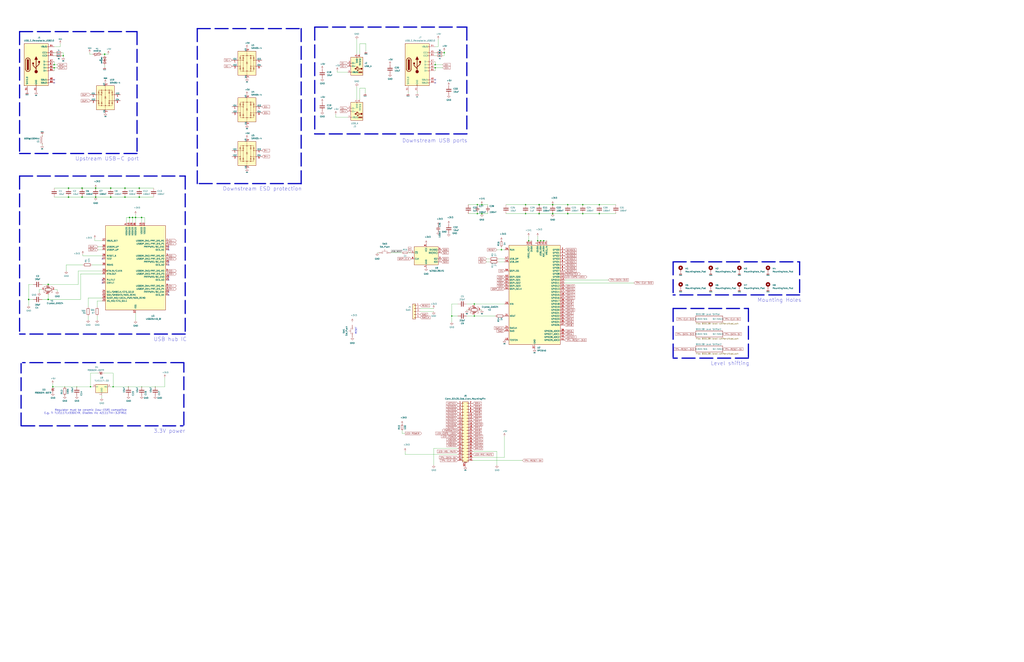
<source format=kicad_sch>
(kicad_sch (version 20230121) (generator eeschema)
  (paper "D")
  (junction (at 478.79 180.34) (diameter 1.016))
  (junction (at 111.76 183.515) (diameter 1.016))
  (junction (at 54.61 326.39) (diameter 0.3048))
  (junction (at 406.4 172.72))
  (junction (at 367.03 57.15))
  (junction (at 443.23 180.34))
  (junction (at 466.09 172.72) (diameter 1.016))
  (junction (at 491.49 172.72))
  (junction (at 105.41 158.75) (diameter 1.016))
  (junction (at 80.645 166.37) (diameter 1.016))
  (junction (at 367.03 54.61))
  (junction (at 453.39 203.2))
  (junction (at 119.507 326.39) (diameter 0.3048))
  (junction (at 406.4 180.34))
  (junction (at 45.72 54.61))
  (junction (at 422.91 210.82))
  (junction (at 402.59 172.72))
  (junction (at 478.79 172.72))
  (junction (at 454.66 180.34) (diameter 1.016))
  (junction (at 88.265 45.72) (diameter 1.016))
  (junction (at 119.38 183.515) (diameter 1.016))
  (junction (at 76.327 326.39))
  (junction (at 454.66 172.72) (diameter 1.016))
  (junction (at 114.3 183.515) (diameter 1.016))
  (junction (at 108.331 326.39) (diameter 0.3048))
  (junction (at 93.345 166.37) (diameter 1.016))
  (junction (at 117.475 166.37) (diameter 1.016))
  (junction (at 80.645 158.75) (diameter 1.016))
  (junction (at 53.34 46.99))
  (junction (at 443.23 172.72))
  (junction (at 45.72 57.15))
  (junction (at 402.59 180.34))
  (junction (at 491.49 180.34))
  (junction (at 69.215 158.75) (diameter 1.016))
  (junction (at 40.64 252.73) (diameter 1.016))
  (junction (at 381 266.7))
  (junction (at 130.937 326.39) (diameter 0.3048))
  (junction (at 505.46 172.72))
  (junction (at 95.377 326.39))
  (junction (at 40.64 240.03) (diameter 1.016))
  (junction (at 109.22 183.515) (diameter 1.016))
  (junction (at 64.77 326.39) (diameter 0.3048))
  (junction (at 117.475 158.75) (diameter 1.016))
  (junction (at 458.47 203.2))
  (junction (at 445.77 203.2))
  (junction (at 455.93 203.2))
  (junction (at 69.215 166.37) (diameter 1.016))
  (junction (at 93.345 158.75) (diameter 1.016))
  (junction (at 44.577 326.39))
  (junction (at 57.785 158.75) (diameter 1.016))
  (junction (at 400.05 266.7))
  (junction (at 505.46 180.34))
  (junction (at 400.05 256.54))
  (junction (at 24.13 252.73) (diameter 1.016))
  (junction (at 57.785 166.37) (diameter 1.016))
  (junction (at 105.41 166.37) (diameter 1.016))
  (junction (at 466.09 180.34) (diameter 1.016))
  (junction (at 374.65 44.45))
  (no_connect (at 142.24 208.28))
  (no_connect (at 86.36 236.22))
  (no_connect (at 86.36 218.44))
  (no_connect (at 142.24 210.82))
  (no_connect (at 142.24 233.68))
  (no_connect (at 142.24 246.38))
  (no_connect (at 142.24 220.98))
  (no_connect (at 367.03 67.31))
  (no_connect (at 367.03 69.85))
  (no_connect (at 142.24 248.92))
  (no_connect (at 142.24 223.52))
  (no_connect (at 142.24 236.22))
  (no_connect (at 86.36 238.76))
  (no_connect (at 45.72 67.31))
  (no_connect (at 45.72 69.85))
  (wire (pts (xy 64.77 326.39) (xy 76.327 326.39)))
  (wire (pts (xy 466.09 180.34) (xy 478.79 180.34)))
  (wire (pts (xy 109.22 183.515) (xy 109.22 187.96)))
  (wire (pts (xy 411.48 180.34) (xy 411.48 179.07)))
  (wire (pts (xy 422.91 208.28) (xy 422.91 210.82)))
  (wire (pts (xy 76.327 314.96) (xy 76.327 326.39)))
  (wire (pts (xy 374.65 43.18) (xy 374.65 44.45)))
  (polyline (pts (xy 567.69 220.98) (xy 567.69 248.92)) (stroke (width 1) (type dash)))
  (wire (pts (xy 293.37 60.96) (xy 284.48 60.96)))
  (wire (pts (xy 69.215 166.37) (xy 80.645 166.37)))
  (wire (pts (xy 426.72 172.72) (xy 443.23 172.72)))
  (wire (pts (xy 50.8 39.37) (xy 45.72 39.37)))
  (polyline (pts (xy 674.37 248.92) (xy 567.69 248.92)) (stroke (width 1) (type dash)))
  (wire (pts (xy 476.25 238.76) (xy 534.67 238.76)))
  (wire (pts (xy 402.59 172.72) (xy 402.59 173.99)))
  (wire (pts (xy 445.77 203.2) (xy 448.31 203.2)))
  (wire (pts (xy 88.265 54.61) (xy 88.265 56.515)))
  (wire (pts (xy 443.23 180.34) (xy 454.66 180.34)))
  (polyline (pts (xy 254 154.94) (xy 166.37 154.94)) (stroke (width 1) (type dash)))
  (wire (pts (xy 373.38 44.45) (xy 374.65 44.45)))
  (wire (pts (xy 284.48 60.96) (xy 284.48 59.69)))
  (polyline (pts (xy 674.37 220.98) (xy 674.37 248.92)) (stroke (width 1) (type dash)))
  (wire (pts (xy 86.36 254) (xy 81.915 254)))
  (wire (pts (xy 422.91 210.82) (xy 425.45 210.82)))
  (wire (pts (xy 329.565 213.36) (xy 339.09 213.36)))
  (wire (pts (xy 308.61 36.83) (xy 308.61 43.18)))
  (wire (pts (xy 402.59 179.07) (xy 402.59 180.34)))
  (wire (pts (xy 419.1 381) (xy 419.1 392.43)))
  (wire (pts (xy 505.46 180.34) (xy 519.43 180.34)))
  (wire (pts (xy 45.72 158.75) (xy 57.785 158.75)))
  (wire (pts (xy 108.331 326.39) (xy 119.507 326.39)))
  (wire (pts (xy 443.23 172.72) (xy 454.66 172.72)))
  (wire (pts (xy 75.565 44.45) (xy 75.565 45.72)))
  (wire (pts (xy 45.72 54.61) (xy 48.26 54.61)))
  (wire (pts (xy 82.55 208.28) (xy 86.36 208.28)))
  (wire (pts (xy 318.135 213.36) (xy 319.405 213.36)))
  (wire (pts (xy 367.03 57.15) (xy 367.03 59.69)))
  (wire (pts (xy 27.94 240.03) (xy 24.13 240.03)))
  (polyline (pts (xy 16.51 148.59) (xy 16.51 281.94)) (stroke (width 1) (type dash)))
  (wire (pts (xy 81.915 254) (xy 81.915 259.08)))
  (wire (pts (xy 476.25 236.22) (xy 513.08 236.22)))
  (wire (pts (xy 307.975 74.295) (xy 307.975 78.74)))
  (polyline (pts (xy 17.78 359.41) (xy 17.78 306.832)) (stroke (width 0.9906) (type dash)))
  (wire (pts (xy 445.77 199.39) (xy 445.77 203.2)))
  (wire (pts (xy 303.53 74.295) (xy 307.975 74.295)))
  (wire (pts (xy 373.38 46.99) (xy 374.65 46.99)))
  (wire (pts (xy 455.93 203.2) (xy 458.47 203.2)))
  (wire (pts (xy 400.05 265.43) (xy 400.05 266.7)))
  (wire (pts (xy 35.56 122.555) (xy 35.56 121.92)))
  (wire (pts (xy 53.34 44.45) (xy 53.34 46.99)))
  (wire (pts (xy 48.26 57.15) (xy 45.72 57.15)))
  (wire (pts (xy 106.68 183.515) (xy 109.22 183.515)))
  (wire (pts (xy 77.47 223.52) (xy 86.36 223.52)))
  (polyline (pts (xy 166.37 24.13) (xy 166.37 154.94)) (stroke (width 1) (type dash)))
  (wire (pts (xy 505.46 172.72) (xy 519.43 172.72)))
  (wire (pts (xy 33.02 244.475) (xy 35.56 244.475)))
  (wire (pts (xy 33.02 247.015) (xy 33.02 244.475)))
  (wire (pts (xy 139.065 326.39) (xy 139.065 318.77)))
  (polyline (pts (xy 156.21 281.94) (xy 16.51 281.94)) (stroke (width 1) (type dash)))
  (wire (pts (xy 411.48 172.72) (xy 411.48 173.99)))
  (wire (pts (xy 45.72 244.475) (xy 48.26 244.475)))
  (wire (pts (xy 48.26 244.475) (xy 48.26 245.745)))
  (wire (pts (xy 300.99 73.025) (xy 300.99 83.82)))
  (wire (pts (xy 406.4 180.34) (xy 411.48 180.34)))
  (wire (pts (xy 425.45 368.3) (xy 425.45 386.08)))
  (wire (pts (xy 386.08 256.54) (xy 381 256.54)))
  (wire (pts (xy 69.215 158.75) (xy 80.645 158.75)))
  (wire (pts (xy 393.7 261.62) (xy 394.97 261.62)))
  (wire (pts (xy 35.56 240.03) (xy 40.64 240.03)))
  (wire (pts (xy 40.64 240.03) (xy 66.04 240.03)))
  (wire (pts (xy 114.3 183.515) (xy 114.3 187.96)))
  (wire (pts (xy 67.945 231.14) (xy 67.945 252.73)))
  (wire (pts (xy 76.327 326.39) (xy 78.105 326.39)))
  (wire (pts (xy 393.7 256.54) (xy 400.05 256.54)))
  (wire (pts (xy 44.577 326.39) (xy 54.61 326.39)))
  (wire (pts (xy 400.05 256.54) (xy 425.45 256.54)))
  (wire (pts (xy 35.56 252.73) (xy 40.64 252.73)))
  (wire (pts (xy 40.64 252.73) (xy 67.945 252.73)))
  (wire (pts (xy 374.65 46.99) (xy 374.65 44.45)))
  (wire (pts (xy 402.59 180.34) (xy 406.4 180.34)))
  (wire (pts (xy 93.345 166.37) (xy 105.41 166.37)))
  (wire (pts (xy 45.72 52.07) (xy 45.72 54.61)))
  (wire (pts (xy 339.09 365.76) (xy 339.09 363.22)))
  (wire (pts (xy 80.01 203.2) (xy 80.01 201.295)))
  (wire (pts (xy 119.507 326.39) (xy 130.937 326.39)))
  (wire (pts (xy 453.39 203.2) (xy 455.93 203.2)))
  (wire (pts (xy 420.37 220.98) (xy 425.45 220.98)))
  (wire (pts (xy 45.72 166.37) (xy 57.785 166.37)))
  (wire (pts (xy 491.49 180.34) (xy 505.46 180.34)))
  (polyline (pts (xy 115.57 26.67) (xy 115.57 129.54)) (stroke (width 1) (type dash)))
  (wire (pts (xy 44.45 326.39) (xy 44.577 326.39)))
  (wire (pts (xy 52.07 44.45) (xy 53.34 44.45)))
  (wire (pts (xy 95.377 314.96) (xy 95.377 326.39)))
  (wire (pts (xy 367.03 39.37) (xy 369.57 39.37)))
  (wire (pts (xy 86.36 228.6) (xy 66.04 228.6)))
  (wire (pts (xy 398.78 381) (xy 419.1 381)))
  (wire (pts (xy 119.38 183.515) (xy 121.92 183.515)))
  (wire (pts (xy 93.345 326.39) (xy 95.377 326.39)))
  (wire (pts (xy 85.725 334.01) (xy 85.725 335.915)))
  (wire (pts (xy 114.3 180.975) (xy 114.3 183.515)))
  (wire (pts (xy 111.76 183.515) (xy 111.76 187.96)))
  (wire (pts (xy 106.68 187.96) (xy 106.68 183.515)))
  (wire (pts (xy 80.645 158.75) (xy 93.345 158.75)))
  (wire (pts (xy 45.72 57.15) (xy 45.72 59.69)))
  (polyline (pts (xy 155.067 358.648) (xy 155.067 306.07)) (stroke (width 0.9906) (type dash)))
  (wire (pts (xy 66.04 228.6) (xy 66.04 240.03)))
  (wire (pts (xy 283.21 96.52) (xy 283.21 99.06)))
  (wire (pts (xy 454.66 172.72) (xy 466.09 172.72)))
  (wire (pts (xy 35.56 114.3) (xy 35.56 113.665)))
  (wire (pts (xy 341.63 383.54) (xy 341.63 381)))
  (wire (pts (xy 24.13 252.73) (xy 24.13 257.81)))
  (polyline (pts (xy 154.94 306.07) (xy 19.05 306.07)) (stroke (width 0.9906) (type dash)))
  (wire (pts (xy 381 256.54) (xy 381 266.7)))
  (wire (pts (xy 373.38 57.15) (xy 367.03 57.15)))
  (wire (pts (xy 88.265 45.72) (xy 91.44 45.72)))
  (wire (pts (xy 400.05 266.7) (xy 417.83 266.7)))
  (wire (pts (xy 69.85 223.52) (xy 55.88 223.52)))
  (wire (pts (xy 398.78 386.08) (xy 425.45 386.08)))
  (wire (pts (xy 420.37 218.44) (xy 425.45 218.44)))
  (wire (pts (xy 419.1 210.82) (xy 422.91 210.82)))
  (wire (pts (xy 393.7 266.7) (xy 400.05 266.7)))
  (wire (pts (xy 85.725 45.72) (xy 88.265 45.72)))
  (wire (pts (xy 40.64 240.03) (xy 40.64 240.665)))
  (polyline (pts (xy 166.37 24.13) (xy 254 24.13)) (stroke (width 1) (type dash)))
  (polyline (pts (xy 393.7 22.86) (xy 393.7 113.03)) (stroke (width 1) (type dash)))
  (wire (pts (xy 117.475 166.37) (xy 129.54 166.37)))
  (wire (pts (xy 381 266.7) (xy 386.08 266.7)))
  (wire (pts (xy 410.21 218.44) (xy 412.75 218.44)))
  (wire (pts (xy 453.39 199.39) (xy 453.39 203.2)))
  (wire (pts (xy 111.76 183.515) (xy 114.3 183.515)))
  (wire (pts (xy 381 266.7) (xy 381 271.78)))
  (wire (pts (xy 88.265 45.72) (xy 88.265 46.99)))
  (wire (pts (xy 74.295 259.08) (xy 74.295 251.46)))
  (wire (pts (xy 466.09 172.72) (xy 478.79 172.72)))
  (wire (pts (xy 410.21 220.98) (xy 412.75 220.98)))
  (wire (pts (xy 491.49 172.72) (xy 505.46 172.72)))
  (wire (pts (xy 114.3 264.16) (xy 114.3 270.51)))
  (polyline (pts (xy 18.415 359.41) (xy 154.305 359.41)) (stroke (width 0.9906) (type dash)))
  (wire (pts (xy 367.03 54.61) (xy 367.03 52.07)))
  (wire (pts (xy 303.53 74.295) (xy 303.53 83.82)))
  (wire (pts (xy 406.4 172.72) (xy 402.59 172.72)))
  (wire (pts (xy 44.45 323.85) (xy 44.45 326.39)))
  (wire (pts (xy 303.53 36.83) (xy 308.61 36.83)))
  (wire (pts (xy 45.72 46.99) (xy 46.99 46.99)))
  (wire (pts (xy 303.53 45.72) (xy 303.53 36.83)))
  (wire (pts (xy 50.8 36.83) (xy 50.8 39.37)))
  (wire (pts (xy 478.79 172.72) (xy 491.49 172.72)))
  (wire (pts (xy 394.97 172.72) (xy 402.59 172.72)))
  (wire (pts (xy 57.785 158.75) (xy 69.215 158.75)))
  (wire (pts (xy 82.55 210.82) (xy 86.36 210.82)))
  (wire (pts (xy 87.757 314.96) (xy 95.377 314.96)))
  (wire (pts (xy 373.38 54.61) (xy 367.03 54.61)))
  (wire (pts (xy 45.72 44.45) (xy 46.99 44.45)))
  (polyline (pts (xy 567.69 260.35) (xy 567.69 302.26)) (stroke (width 1) (type dash)))
  (wire (pts (xy 105.41 158.75) (xy 117.475 158.75)))
  (wire (pts (xy 93.345 158.75) (xy 105.41 158.75)))
  (wire (pts (xy 130.937 326.39) (xy 139.065 326.39)))
  (wire (pts (xy 478.79 180.34) (xy 491.49 180.34)))
  (polyline (pts (xy 265.43 22.86) (xy 393.7 22.86)) (stroke (width 1) (type dash)))
  (wire (pts (xy 121.92 183.515) (xy 121.92 187.96)))
  (wire (pts (xy 57.785 166.37) (xy 69.215 166.37)))
  (wire (pts (xy 105.41 166.37) (xy 117.475 166.37)))
  (polyline (pts (xy 567.69 260.35) (xy 631.19 260.35)) (stroke (width 1) (type dash)))
  (wire (pts (xy 386.08 383.54) (xy 341.63 383.54)))
  (wire (pts (xy 367.03 46.99) (xy 368.3 46.99)))
  (wire (pts (xy 394.97 180.34) (xy 402.59 180.34)))
  (wire (pts (xy 351.79 77.47) (xy 351.79 78.74)))
  (wire (pts (xy 69.85 215.9) (xy 69.85 214.63)))
  (wire (pts (xy 69.85 215.9) (xy 86.36 215.9)))
  (wire (pts (xy 114.3 183.515) (xy 119.38 183.515)))
  (polyline (pts (xy 631.19 260.35) (xy 631.19 302.26)) (stroke (width 1) (type dash)))
  (wire (pts (xy 386.08 378.46) (xy 365.76 378.46)))
  (wire (pts (xy 24.13 252.73) (xy 27.94 252.73)))
  (wire (pts (xy 82.677 314.96) (xy 76.327 314.96)))
  (wire (pts (xy 367.03 44.45) (xy 368.3 44.45)))
  (wire (pts (xy 95.377 326.39) (xy 108.331 326.39)))
  (wire (pts (xy 80.645 166.37) (xy 93.345 166.37)))
  (polyline (pts (xy 115.57 129.54) (xy 16.51 129.54)) (stroke (width 1) (type dash)))
  (wire (pts (xy 458.47 203.2) (xy 461.01 203.2)))
  (wire (pts (xy 400.05 256.54) (xy 400.05 257.81)))
  (wire (pts (xy 109.22 183.515) (xy 111.76 183.515)))
  (wire (pts (xy 344.17 213.36) (xy 346.71 213.36)))
  (wire (pts (xy 369.57 33.02) (xy 369.57 39.37)))
  (wire (pts (xy 52.07 46.99) (xy 53.34 46.99)))
  (polyline (pts (xy 631.19 302.26) (xy 567.69 302.26)) (stroke (width 1) (type dash)))
  (wire (pts (xy 344.17 77.47) (xy 344.17 78.74)))
  (wire (pts (xy 86.36 203.2) (xy 80.01 203.2)))
  (polyline (pts (xy 254 24.13) (xy 254 158.75)) (stroke (width 1) (type dash)))
  (wire (pts (xy 405.13 261.62) (xy 406.4 261.62)))
  (wire (pts (xy 283.21 99.06) (xy 293.37 99.06)))
  (wire (pts (xy 54.61 326.39) (xy 64.77 326.39)))
  (wire (pts (xy 24.13 240.03) (xy 24.13 252.73)))
  (polyline (pts (xy 16.51 26.67) (xy 115.57 26.67)) (stroke (width 1) (type dash)))
  (wire (pts (xy 406.4 172.72) (xy 411.48 172.72)))
  (wire (pts (xy 74.295 251.46) (xy 86.36 251.46)))
  (wire (pts (xy 454.66 180.34) (xy 466.09 180.34)))
  (polyline (pts (xy 16.51 26.67) (xy 16.51 129.54)) (stroke (width 1) (type dash)))
  (polyline (pts (xy 156.21 148.59) (xy 156.21 281.94)) (stroke (width 1) (type dash)))
  (wire (pts (xy 365.76 378.46) (xy 365.76 392.43)))
  (wire (pts (xy 365.76 262.89) (xy 354.33 262.89)))
  (wire (pts (xy 74.295 266.7) (xy 74.295 269.875)))
  (polyline (pts (xy 567.69 220.98) (xy 674.37 220.98)) (stroke (width 1) (type dash)))
  (wire (pts (xy 55.88 223.52) (xy 55.88 228.6)))
  (wire (pts (xy 398.78 388.62) (xy 440.69 388.62)))
  (wire (pts (xy 117.475 158.75) (xy 129.54 158.75)))
  (wire (pts (xy 119.38 183.515) (xy 119.38 187.96)))
  (polyline (pts (xy 16.51 148.59) (xy 156.21 148.59)) (stroke (width 1) (type dash)))
  (wire (pts (xy 81.915 266.7) (xy 81.915 269.875)))
  (wire (pts (xy 300.99 33.02) (xy 300.99 45.72)))
  (wire (pts (xy 75.565 45.72) (xy 78.105 45.72)))
  (wire (pts (xy 354.33 260.35) (xy 365.76 260.35)))
  (wire (pts (xy 53.34 46.99) (xy 53.34 48.26)))
  (polyline (pts (xy 393.7 113.03) (xy 265.43 113.03)) (stroke (width 1) (type dash)))
  (wire (pts (xy 426.72 180.34) (xy 443.23 180.34)))
  (wire (pts (xy 67.945 231.14) (xy 86.36 231.14)))
  (wire (pts (xy 40.64 248.285) (xy 40.64 252.73)))
  (polyline (pts (xy 265.43 22.86) (xy 265.43 113.03)) (stroke (width 1) (type dash)))
  (wire (pts (xy 341.63 365.76) (xy 339.09 365.76)))
  (text "Downstream USB ports" (at 339.09 120.65 0) (effects (font (size 3.175 3.175)) (justify left bottom)))
  (text "Upstream USB-C port" (at 63.5 135.89 0) (effects (font (size 3.175 3.175)) (justify left bottom)))
  (text "Mounting Holes" (at 638.81 255.27 0) (effects (font (size 3.175 3.175)) (justify left bottom)))
  (text "USB hub IC" (at 157.48 288.29 0) (effects (font (size 3.175 3.175)) (justify right bottom)))
  (text "Regulator must be ceramic (low-ESR) compatible\nE.g. TI TLV1117LV33DCYR, Diodies Inc AZ1117IH-3.3TRG1" (at 106.934 349.631 0) (effects (font (size 1.5748 1.5748)) (justify right bottom)))
  (text "Level shifting" (at 599.44 308.61 0) (effects (font (size 3.175 3.175)) (justify left bottom)))
  (text "RESET" (at 300.99 281.94 90) (effects (font (size 1.27 1.27)) (justify left bottom)))
  (text "Downstream ESD protection" (at 187.96 161.29 0) (effects (font (size 3.175 3.175)) (justify left bottom)))
  (text "3.3V power" (at 156.21 365.76 0) (effects (font (size 3.175 3.175)) (justify right bottom)))
  (label "~{USB_BOOT}" (at 329.565 213.36 0))
  (global_label "DUP-" (shape input) (at 82.55 208.28 180) (property "Intersheetrefs" "${INTERSHEET_REFS}" (effects hide)))
  (global_label "D4+" (shape input) (at 220.98 132.08 0) (property "Intersheetrefs" "${INTERSHEET_REFS}" (effects hide)))
  (global_label "DRV11" (shape input) (at 476.25 251.46 0) (property "Intersheetrefs" "${INTERSHEET_REFS}" (effects hide)))
  (global_label "SD3" (shape input) (at 372.11 220.98 0) (property "Intersheetrefs" "${INTERSHEET_REFS}" (effects hide)))
  (global_label "D4+" (shape input) (at 293.37 93.98 180) (property "Intersheetrefs" "${INTERSHEET_REFS}" (effects hide)))
  (global_label "DRV8" (shape input) (at 476.25 274.32 0) (property "Intersheetrefs" "${INTERSHEET_REFS}" (effects hide)))
  (global_label "RESET" (shape input) (at 419.1 210.82 180) (property "Intersheetrefs" "${INTERSHEET_REFS}" (effects hide)))
  (global_label "RESET" (shape input) (at 354.33 257.81 0) (property "Intersheetrefs" "${INTERSHEET_REFS}" (effects hide)))
  (global_label "D1-" (shape input) (at 195.58 55.88 180) (property "Intersheetrefs" "${INTERSHEET_REFS}" (effects hide)))
  (global_label "SENSE4" (shape input) (at 386.08 353.06 180) (property "Intersheetrefs" "${INTERSHEET_REFS}" (effects hide)))
  (global_label "SENSE6" (shape input) (at 386.08 358.14 180) (property "Intersheetrefs" "${INTERSHEET_REFS}" (effects hide)))
  (global_label "SENSE6" (shape input) (at 476.25 226.06 0) (property "Intersheetrefs" "${INTERSHEET_REFS}" (effects hide)))
  (global_label "TP4-DATA-5V" (shape input) (at 609.6 281.94 0) (property "Intersheetrefs" "${INTERSHEET_REFS}" (effects hide)))
  (global_label "DRV4" (shape input) (at 476.25 281.94 0) (property "Intersheetrefs" "${INTERSHEET_REFS}" (effects hide)))
  (global_label "TP4-CLK-5V" (shape input) (at 386.08 388.62 180) (property "Intersheetrefs" "${INTERSHEET_REFS}" (effects hide)))
  (global_label "CS" (shape input) (at 425.45 228.6 180) (property "Intersheetrefs" "${INTERSHEET_REFS}" (effects hide)))
  (global_label "PWRSWITCH" (shape output) (at 386.08 363.22 180) (property "Intersheetrefs" "${INTERSHEET_REFS}" (effects hide)))
  (global_label "DRV15" (shape input) (at 398.78 375.92 0) (property "Intersheetrefs" "${INTERSHEET_REFS}" (effects hide)))
  (global_label "D2-" (shape output) (at 142.24 215.9 0) (property "Intersheetrefs" "${INTERSHEET_REFS}" (effects hide)))
  (global_label "D1+" (shape input) (at 195.58 50.8 180) (property "Intersheetrefs" "${INTERSHEET_REFS}" (effects hide)))
  (global_label "KBDID1" (shape input) (at 386.08 373.38 180) (property "Intersheetrefs" "${INTERSHEET_REFS}" (effects hide)))
  (global_label "LED-POWER" (shape input) (at 386.08 368.3 180) (property "Intersheetrefs" "${INTERSHEET_REFS}" (effects hide)))
  (global_label "D2+" (shape input) (at 410.21 218.44 180) (property "Intersheetrefs" "${INTERSHEET_REFS}" (effects hide)))
  (global_label "KBDID2" (shape input) (at 386.08 375.92 180) (property "Intersheetrefs" "${INTERSHEET_REFS}" (effects hide)))
  (global_label "DRV0" (shape input) (at 398.78 365.76 0) (property "Intersheetrefs" "${INTERSHEET_REFS}" (effects hide)))
  (global_label "LED-POWER" (shape output) (at 341.63 365.76 0) (property "Intersheetrefs" "${INTERSHEET_REFS}" (effects hide)))
  (global_label "SENSE7" (shape input) (at 386.08 360.68 180) (property "Intersheetrefs" "${INTERSHEET_REFS}" (effects hide)))
  (global_label "DRV10" (shape input) (at 476.25 261.62 0) (property "Intersheetrefs" "${INTERSHEET_REFS}" (effects hide)))
  (global_label "SENSE4" (shape input) (at 476.25 220.98 0) (property "Intersheetrefs" "${INTERSHEET_REFS}" (effects hide)))
  (global_label "DRV0" (shape input) (at 476.25 254 0) (property "Intersheetrefs" "${INTERSHEET_REFS}" (effects hide)))
  (global_label "SWCLK" (shape input) (at 425.45 276.86 180) (property "Intersheetrefs" "${INTERSHEET_REFS}" (effects hide)))
  (global_label "DRV4" (shape input) (at 398.78 340.36 0) (property "Intersheetrefs" "${INTERSHEET_REFS}" (effects hide)))
  (global_label "DRV14" (shape input) (at 398.78 370.84 0) (property "Intersheetrefs" "${INTERSHEET_REFS}" (effects hide)))
  (global_label "SD1" (shape input) (at 425.45 236.22 180) (property "Intersheetrefs" "${INTERSHEET_REFS}" (effects hide)))
  (global_label "DRV15" (shape input) (at 476.25 243.84 0) (property "Intersheetrefs" "${INTERSHEET_REFS}" (effects hide)))
  (global_label "DRV3" (shape input) (at 476.25 269.24 0) (property "Intersheetrefs" "${INTERSHEET_REFS}" (effects hide)))
  (global_label "D3-" (shape input) (at 220.98 90.17 0) (property "Intersheetrefs" "${INTERSHEET_REFS}" (effects hide)))
  (global_label "SENSE2" (shape input) (at 476.25 218.44 0) (property "Intersheetrefs" "${INTERSHEET_REFS}" (effects hide)))
  (global_label "DUP+" (shape input) (at 76.2 85.09 180) (property "Intersheetrefs" "${INTERSHEET_REFS}" (effects hide)))
  (global_label "DUP-" (shape input) (at 48.26 54.61 0) (property "Intersheetrefs" "${INTERSHEET_REFS}" (effects hide)))
  (global_label "QSPI_CLK" (shape input) (at 425.45 243.84 180) (property "Intersheetrefs" "${INTERSHEET_REFS}" (effects hide)))
  (global_label "SWCLK" (shape input) (at 354.33 267.97 0) (property "Intersheetrefs" "${INTERSHEET_REFS}" (effects hide)))
  (global_label "DRV13" (shape input) (at 398.78 378.46 0) (property "Intersheetrefs" "${INTERSHEET_REFS}" (effects hide)))
  (global_label "D4-" (shape input) (at 293.37 91.44 180) (property "Intersheetrefs" "${INTERSHEET_REFS}" (effects hide)))
  (global_label "D3-" (shape input) (at 373.38 54.61 0) (property "Intersheetrefs" "${INTERSHEET_REFS}" (effects hide)))
  (global_label "TP4-CLK-5V" (shape input) (at 609.6 269.24 0) (property "Intersheetrefs" "${INTERSHEET_REFS}" (effects hide)))
  (global_label "DUP+" (shape input) (at 48.26 57.15 0) (property "Intersheetrefs" "${INTERSHEET_REFS}" (effects hide)))
  (global_label "D3+" (shape input) (at 373.38 57.15 0) (property "Intersheetrefs" "${INTERSHEET_REFS}" (effects hide)))
  (global_label "D4+" (shape output) (at 142.24 243.84 0) (property "Intersheetrefs" "${INTERSHEET_REFS}" (effects hide)))
  (global_label "TP4-CLK-3V3" (shape input) (at 586.74 269.24 180) (property "Intersheetrefs" "${INTERSHEET_REFS}" (effects hide)))
  (global_label "SENSE0" (shape input) (at 386.08 345.44 180) (property "Intersheetrefs" "${INTERSHEET_REFS}" (effects hide)))
  (global_label "D2+" (shape output) (at 142.24 218.44 0) (property "Intersheetrefs" "${INTERSHEET_REFS}" (effects hide)))
  (global_label "DRV6" (shape input) (at 476.25 271.78 0) (property "Intersheetrefs" "${INTERSHEET_REFS}" (effects hide)))
  (global_label "DRV3" (shape input) (at 398.78 350.52 0) (property "Intersheetrefs" "${INTERSHEET_REFS}" (effects hide)))
  (global_label "LED-CAPS-LOCK" (shape output) (at 476.25 233.68 0) (property "Intersheetrefs" "${INTERSHEET_REFS}" (effects hide)))
  (global_label "SENSE2" (shape input) (at 386.08 350.52 180) (property "Intersheetrefs" "${INTERSHEET_REFS}" (effects hide)))
  (global_label "D2-" (shape input) (at 410.21 220.98 180) (property "Intersheetrefs" "${INTERSHEET_REFS}" (effects hide)))
  (global_label "SD2" (shape input) (at 425.45 238.76 180) (property "Intersheetrefs" "${INTERSHEET_REFS}" (effects hide)))
  (global_label "LED-MIC-MUTE" (shape input) (at 398.78 383.54 0) (property "Intersheetrefs" "${INTERSHEET_REFS}" (effects hide)))
  (global_label "TP4-CLK-3V3" (shape input) (at 534.67 238.76 0) (property "Intersheetrefs" "${INTERSHEET_REFS}" (effects hide)))
  (global_label "TP4-DATA-5V" (shape input) (at 386.08 386.08 180) (property "Intersheetrefs" "${INTERSHEET_REFS}" (effects hide)))
  (global_label "DRV1" (shape input) (at 476.25 259.08 0) (property "Intersheetrefs" "${INTERSHEET_REFS}" (effects hide)))
  (global_label "DRV10" (shape input) (at 398.78 358.14 0) (property "Intersheetrefs" "${INTERSHEET_REFS}" (effects hide)))
  (global_label "SENSE3" (shape input) (at 476.25 215.9 0) (property "Intersheetrefs" "${INTERSHEET_REFS}" (effects hide)))
  (global_label "HOTKEY" (shape input) (at 476.25 284.48 0) (property "Intersheetrefs" "${INTERSHEET_REFS}" (effects hide)))
  (global_label "DRV11" (shape input) (at 398.78 368.3 0) (property "Intersheetrefs" "${INTERSHEET_REFS}" (effects hide)))
  (global_label "D4-" (shape input) (at 220.98 127 0) (property "Intersheetrefs" "${INTERSHEET_REFS}" (effects hide)))
  (global_label "DRV12" (shape input) (at 398.78 373.38 0) (property "Intersheetrefs" "${INTERSHEET_REFS}" (effects hide)))
  (global_label "DRV6" (shape input) (at 398.78 347.98 0) (property "Intersheetrefs" "${INTERSHEET_REFS}" (effects hide)))
  (global_label "QSPI_CLK" (shape input) (at 346.71 218.44 180) (property "Intersheetrefs" "${INTERSHEET_REFS}" (effects hide)))
  (global_label "D1+" (shape input) (at 293.37 55.88 180) (property "Intersheetrefs" "${INTERSHEET_REFS}" (effects hide)))
  (global_label "TP4-RESET-5V" (shape input) (at 609.6 294.64 0) (property "Intersheetrefs" "${INTERSHEET_REFS}" (effects hide)))
  (global_label "DRV7" (shape input) (at 398.78 353.06 0) (property "Intersheetrefs" "${INTERSHEET_REFS}" (effects hide)))
  (global_label "CS" (shape input) (at 345.44 213.36 90) (property "Intersheetrefs" "${INTERSHEET_REFS}" (effects hide)))
  (global_label "SENSE1" (shape input) (at 476.25 223.52 0) (property "Intersheetrefs" "${INTERSHEET_REFS}" (effects hide)))
  (global_label "LED-VOL-MUTE" (shape input) (at 386.08 381 180) (property "Intersheetrefs" "${INTERSHEET_REFS}" (effects hide)))
  (global_label "D3+" (shape output) (at 142.24 231.14 0) (property "Intersheetrefs" "${INTERSHEET_REFS}" (effects hide)))
  (global_label "SENSE5" (shape input) (at 386.08 342.9 180) (property "Intersheetrefs" "${INTERSHEET_REFS}" (effects hide)))
  (global_label "KBDID0" (shape input) (at 386.08 370.84 180) (property "Intersheetrefs" "${INTERSHEET_REFS}" (effects hide)))
  (global_label "TP4-DATA-3V3" (shape input) (at 513.08 236.22 0) (property "Intersheetrefs" "${INTERSHEET_REFS}" (effects hide)))
  (global_label "SENSE0" (shape input) (at 476.25 213.36 0) (property "Intersheetrefs" "${INTERSHEET_REFS}" (effects hide)))
  (global_label "D1-" (shape input) (at 293.37 53.34 180) (property "Intersheetrefs" "${INTERSHEET_REFS}" (effects hide)))
  (global_label "LED-CAPS-LOCK" (shape input) (at 386.08 365.76 180) (property "Intersheetrefs" "${INTERSHEET_REFS}" (effects hide)))
  (global_label "DUP-" (shape input) (at 76.2 80.01 180) (property "Intersheetrefs" "${INTERSHEET_REFS}" (effects hide)))
  (global_label "DUP+" (shape input) (at 82.55 210.82 180) (property "Intersheetrefs" "${INTERSHEET_REFS}" (effects hide)))
  (global_label "SD2" (shape input) (at 372.11 218.44 0) (property "Intersheetrefs" "${INTERSHEET_REFS}" (effects hide)))
  (global_label "SD0" (shape input) (at 425.45 233.68 180) (property "Intersheetrefs" "${INTERSHEET_REFS}" (effects hide)))
  (global_label "TP4-RESET-3V3" (shape input) (at 586.74 294.64 180) (property "Intersheetrefs" "${INTERSHEET_REFS}" (effects hide)))
  (global_label "D3-" (shape output) (at 142.24 228.6 0) (property "Intersheetrefs" "${INTERSHEET_REFS}" (effects hide)))
  (global_label "TP4-RESET-3V3" (shape input) (at 476.25 287.02 0) (property "Intersheetrefs" "${INTERSHEET_REFS}" (effects hide)))
  (global_label "DRV5" (shape input) (at 476.25 279.4 0) (property "Intersheetrefs" "${INTERSHEET_REFS}" (effects hide)))
  (global_label "SENSE7" (shape input) (at 476.25 228.6 0) (property "Intersheetrefs" "${INTERSHEET_REFS}" (effects hide)))
  (global_label "PWRSWITCH" (shape output) (at 476.25 231.14 0) (property "Intersheetrefs" "${INTERSHEET_REFS}" (effects hide)))
  (global_label "TP4-DATA-3V3" (shape input) (at 586.74 281.94 180) (property "Intersheetrefs" "${INTERSHEET_REFS}" (effects hide)))
  (global_label "SD1" (shape input) (at 372.11 213.36 0) (property "Intersheetrefs" "${INTERSHEET_REFS}" (effects hide)))
  (global_label "D1-" (shape output) (at 142.24 203.2 0) (property "Intersheetrefs" "${INTERSHEET_REFS}" (effects hide)))
  (global_label "DRV2" (shape input) (at 398.78 355.6 0) (property "Intersheetrefs" "${INTERSHEET_REFS}" (effects hide)))
  (global_label "DRV7" (shape input) (at 476.25 266.7 0) (property "Intersheetrefs" "${INTERSHEET_REFS}" (effects hide)))
  (global_label "D1+" (shape output) (at 142.24 205.74 0) (property "Intersheetrefs" "${INTERSHEET_REFS}" (effects hide)))
  (global_label "DRV1" (shape input) (at 398.78 360.68 0) (property "Intersheetrefs" "${INTERSHEET_REFS}" (effects hide)))
  (global_label "DRV14" (shape input) (at 476.25 248.92 0) (property "Intersheetrefs" "${INTERSHEET_REFS}" (effects hide)))
  (global_label "DRV13" (shape input) (at 476.25 241.3 0) (property "Intersheetrefs" "${INTERSHEET_REFS}" (effects hide)))
  (global_label "SWD" (shape input) (at 354.33 265.43 0) (property "Intersheetrefs" "${INTERSHEET_REFS}" (effects hide)))
  (global_label "SD0" (shape input) (at 372.11 210.82 0) (property "Intersheetrefs" "${INTERSHEET_REFS}" (effects hide)))
  (global_label "SWD" (shape input) (at 425.45 279.4 180) (property "Intersheetrefs" "${INTERSHEET_REFS}" (effects hide)))
  (global_label "DRV9" (shape input) (at 398.78 363.22 0) (property "Intersheetrefs" "${INTERSHEET_REFS}" (effects hide)))
  (global_label "SENSE1" (shape input) (at 386.08 355.6 180) (property "Intersheetrefs" "${INTERSHEET_REFS}" (effects hide)))
  (global_label "DRV12" (shape input) (at 476.25 246.38 0) (property "Intersheetrefs" "${INTERSHEET_REFS}" (effects hide)))
  (global_label "DRV8" (shape input) (at 398.78 345.44 0) (property "Intersheetrefs" "${INTERSHEET_REFS}" (effects hide)))
  (global_label "HOTKEY" (shape input) (at 386.08 340.36 180) (property "Intersheetrefs" "${INTERSHEET_REFS}" (effects hide)))
  (global_label "SENSE5" (shape input) (at 476.25 210.82 0) (property "Intersheetrefs" "${INTERSHEET_REFS}" (effects hide)))
  (global_label "DRV2" (shape input) (at 476.25 264.16 0) (property "Intersheetrefs" "${INTERSHEET_REFS}" (effects hide)))
  (global_label "DRV9" (shape input) (at 476.25 256.54 0) (property "Intersheetrefs" "${INTERSHEET_REFS}" (effects hide)))
  (global_label "SENSE3" (shape input) (at 386.08 347.98 180) (property "Intersheetrefs" "${INTERSHEET_REFS}" (effects hide)))
  (global_label "TP4-RESET-5V" (shape input) (at 440.69 388.62 0) (property "Intersheetrefs" "${INTERSHEET_REFS}" (effects hide)))
  (global_label "SD3" (shape input) (at 425.45 241.3 180) (property "Intersheetrefs" "${INTERSHEET_REFS}" (effects hide)))
  (global_label "D3+" (shape input) (at 220.98 95.25 0) (property "Intersheetrefs" "${INTERSHEET_REFS}" (effects hide)))
  (global_label "D4-" (shape output) (at 142.24 241.3 0) (property "Intersheetrefs" "${INTERSHEET_REFS}" (effects hide)))
  (global_label "DRV5" (shape input) (at 398.78 342.9 0) (property "Intersheetrefs" "${INTERSHEET_REFS}" (effects hide)))
  (symbol (lib_id "power:GND") (at 271.78 66.04 0) (unit 1)
    (property "Reference" "#PWR0115" (effects hide))
    (property "Value" "GND" (at 271.907 70.4342 0))
  )
  (symbol (lib_id "Device:D_Schottky_Small") (at 85.217 314.96 0) (unit 1)
    (property "Reference" "D4" (at 80.137 309.88 0) (effects (justify left)))
    (property "Value" "RB060M-60TR" (at 73.787 312.42 0) (effects (justify left)))
    (property "Footprint" "Diode_SMD:D_SOD-123" (effects hide))
  )
  (symbol (lib_id "power:+5V") (at 425.45 368.3 0) (unit 1)
    (property "Reference" "#PWR011" (effects hide))
    (property "Value" "+5V" (at 425.831 363.9058 0))
  )
  (symbol (lib_id "Device:D_TVS") (at 88.265 50.8 270) (mirror x) (unit 1)
    (property "Reference" "D1" (at 84.455 50.8 0) (effects (font (size 0.762 0.762))))
    (property "Value" "SMF9.0CA" (at 85.725 50.8 0) (effects (font (size 0.762 0.762))))
    (property "Footprint" "Diode_SMD:D_SOD-123" (effects hide))
    (property "Package" "SOD-123F-B" (effects hide))
    (property "Manufacturer" "Microdiode Electronics" (effects hide))
    (property "Manufacturer Part No" "SMF9.0CA" (effects hide))
    (property "LCSC Part No" "C123799" (effects hide))
  )
  (symbol (lib_id "Device:Polyfuse") (at 81.915 45.72 90) (unit 1)
    (property "Reference" "F1" (at 81.915 41.275 90))
    (property "Value" "ASMD1206-150" (at 81.915 42.9514 90) (effects (font (size 0.508 0.508))))
    (property "Footprint" "Fuse:Fuse_1206_3216Metric" (effects hide))
    (property "Manufacturer" "Shenzhen JDT Fuse" (effects hide))
    (property "Manufacturer Part No" "ASMD1206-150" (effects hide))
    (property "LCSC Part No" "C135342" (effects hide))
    (property "Package" "F1206" (effects hide))
  )
  (symbol (lib_id "Device:R_Small") (at 341.63 213.36 90) (unit 1)
    (property "Reference" "R15" (at 341.63 210.82 90))
    (property "Value" "1k" (at 341.63 215.9 90))
    (property "Footprint" "Resistor_SMD:R_0805_2012Metric_Pad1.20x1.40mm_HandSolder" (effects hide))
    (property "LCSC" "C11702" (effects hide))
  )
  (symbol (lib_id "Device:C") (at 119.507 330.2 0) (unit 1)
    (property "Reference" "C16" (at 122.809 333.756 90) (effects (justify left)))
    (property "Value" "10uF" (at 115.697 331.47 90) (effects (justify left)))
    (property "Footprint" "Capacitor_SMD:C_1206_3216Metric_Pad1.33x1.80mm_HandSolder" (effects hide))
  )
  (symbol (lib_id "Device:C") (at 64.77 330.2 0) (unit 1)
    (property "Reference" "C14" (at 68.58 334.01 90) (effects (justify left)))
    (property "Value" "10uF" (at 60.96 331.47 90) (effects (justify left)))
    (property "Footprint" "Capacitor_SMD:C_1206_3216Metric_Pad1.33x1.80mm_HandSolder" (effects hide))
  )
  (symbol (lib_id "Device:C") (at 389.89 266.7 90) (unit 1)
    (property "Reference" "C9" (at 389.89 273.05 90))
    (property "Value" "22pF" (at 389.89 270.51 90))
    (property "Footprint" "Capacitor_SMD:C_0402_1005Metric_Pad0.74x0.62mm_HandSolder" (effects hide))
  )
  (symbol (lib_id "power:GND") (at 114.3 270.51 0) (unit 1)
    (property "Reference" "#PWR0106" (effects hide))
    (property "Value" "GND" (at 114.427 274.9042 0))
  )
  (symbol (lib_id "Device:C_Small") (at 411.48 176.53 0) (unit 1)
    (property "Reference" "C28" (at 412.75 173.9899 0) (effects (justify left)))
    (property "Value" "100nF" (at 412.75 179.0699 0) (effects (justify left)))
    (property "Footprint" "Capacitor_SMD:C_0402_1005Metric_Pad0.74x0.62mm_HandSolder" (effects hide))
    (property "LCSC" "C1525" (effects hide))
  )
  (symbol (lib_id "power:+1V1") (at 445.77 199.39 0) (unit 1)
    (property "Reference" "#PWR027" (effects hide))
    (property "Value" "+1V1" (at 445.77 194.31 0))
  )
  (symbol (lib_id "Device:C") (at 426.72 176.53 0) (unit 1)
    (property "Reference" "C25" (at 430.53 175.26 0) (effects (justify left)))
    (property "Value" "10uF" (at 430.53 177.8 0) (effects (justify left)))
    (property "Footprint" "Capacitor_SMD:C_1206_3216Metric_Pad1.33x1.80mm_HandSolder" (effects hide))
  )
  (symbol (lib_id "power:GNDPWR") (at 599.44 229.87 0) (unit 1)
    (property "Reference" "#PWR063" (effects hide))
    (property "Value" "GNDPWR" (at 599.44 232.41 0) (effects (font (size 0.381 0.381))))
  )
  (symbol (lib_id "power:GND") (at 81.915 269.875 0) (unit 1)
    (property "Reference" "#PWR0105" (effects hide))
    (property "Value" "GND" (at 82.042 274.2692 0))
  )
  (symbol (lib_id "Device:C") (at 108.331 330.2 0) (unit 1)
    (property "Reference" "C15" (at 112.141 334.01 90) (effects (justify left)))
    (property "Value" "10uF" (at 104.521 331.47 90) (effects (justify left)))
    (property "Footprint" "Capacitor_SMD:C_1206_3216Metric_Pad1.33x1.80mm_HandSolder" (effects hide))
  )
  (symbol (lib_id "power:+5V") (at 374.65 43.18 0) (unit 1)
    (property "Reference" "#PWR07" (effects hide))
    (property "Value" "+5V" (at 375.031 38.7858 0))
  )
  (symbol (lib_id "power:+3.3V") (at 466.09 172.72 0) (unit 1)
    (property "Reference" "#PWR030" (effects hide))
    (property "Value" "+3.3V" (at 467.36 167.005 0))
  )
  (symbol (lib_id "power:GNDPWR") (at 647.7 243.84 0) (unit 1)
    (property "Reference" "#PWR069" (effects hide))
    (property "Value" "GNDPWR" (at 647.7 246.38 0) (effects (font (size 0.381 0.381))))
  )
  (symbol (lib_id "Mechanical:MountingHole_Pad") (at 574.04 227.33 0) (unit 1)
    (property "Reference" "H1" (at 577.85 226.695 0) (effects (justify left)))
    (property "Value" "MountingHole_Pad" (at 577.85 229.235 0) (effects (justify left)))
    (property "Footprint" "MountingHole:MountingHole_3.2mm_M3_ISO7380_Pad" (effects hide))
  )
  (symbol (lib_id "Memory_Flash:W25Q128JVS") (at 359.41 215.9 0) (unit 1)
    (property "Reference" "U6" (at 368.3 226.06 0))
    (property "Value" "W25Q128JVS" (at 368.3 228.6 0))
    (property "Footprint" "Package_SO:SOIC-8_5.23x5.23mm_P1.27mm" (effects hide))
    (property "Datasheet" "http://www.winbond.com/resource-files/w25q128jv_dtr%20revc%2003272018%20plus.pdf" (effects hide))
    (property "LCSC" "C131025" (effects hide))
  )
  (symbol (lib_id "power:GND") (at 393.7 261.62 0) (unit 1)
    (property "Reference" "#PWR01" (effects hide))
    (property "Value" "GND" (at 393.7 264.795 0) (effects (font (size 0.508 0.508))))
  )
  (symbol (lib_id "Device:C") (at 443.23 176.53 0) (unit 1)
    (property "Reference" "C29" (at 447.04 175.26 0) (effects (justify left)))
    (property "Value" "1uF" (at 447.04 177.8 0) (effects (justify left)))
    (property "Footprint" "Capacitor_SMD:C_0603_1608Metric_Pad1.08x0.95mm_HandSolder" (effects hide))
  )
  (symbol (lib_id "power:+3.3V") (at 341.63 381 0) (unit 1)
    (property "Reference" "#PWR010" (effects hide))
    (property "Value" "+3.3V" (at 342.9 375.285 0))
  )
  (symbol (lib_id "Device:R_Small") (at 339.09 360.68 180) (unit 1)
    (property "Reference" "R10" (at 336.55 360.68 90))
    (property "Value" "100" (at 341.63 360.68 90))
    (property "Footprint" "Resistor_SMD:R_0805_2012Metric_Pad1.20x1.40mm_HandSolder" (effects hide))
    (property "LCSC" "C11702" (effects hide))
  )
  (symbol (lib_id "power:GND") (at 378.46 80.01 0) (unit 1)
    (property "Reference" "#PWR03" (effects hide))
    (property "Value" "GND" (at 378.587 84.4042 0))
  )
  (symbol (lib_id "Device:C") (at 378.46 76.2 0) (unit 1)
    (property "Reference" "C33" (at 382.27 74.93 0) (effects (justify left)))
    (property "Value" "10uF" (at 382.27 77.47 0) (effects (justify left)))
    (property "Footprint" "Capacitor_SMD:C_1206_3216Metric_Pad1.33x1.80mm_HandSolder" (effects hide))
  )
  (symbol (lib_id "power:+5V") (at 369.57 33.02 0) (unit 1)
    (property "Reference" "#PWR06" (effects hide))
    (property "Value" "+5V" (at 369.951 28.6258 0))
  )
  (symbol (lib_id "Device:Crystal_GND24") (at 40.64 244.475 270) (unit 1)
    (property "Reference" "Y1" (at 42.545 254 90) (effects (justify left)))
    (property "Value" "Crystal_GND24" (at 39.37 255.905 90) (effects (justify left)))
    (property "Footprint" "Crystal:Crystal_SMD_3225-4Pin_3.2x2.5mm_HandSoldering" (effects hide))
  )
  (symbol (lib_id "Device:R") (at 74.295 262.89 180) (unit 1)
    (property "Reference" "R6" (at 72.39 264.16 0) (effects (justify left)))
    (property "Value" "56k" (at 72.39 262.255 0) (effects (justify left)))
    (property "Footprint" "Resistor_SMD:R_0805_2012Metric_Pad1.20x1.40mm_HandSolder" (effects hide))
  )
  (symbol (lib_id "power:GND") (at 300.99 33.02 180) (unit 1)
    (property "Reference" "#PWR0110" (effects hide))
    (property "Value" "GND" (at 300.863 28.6258 0))
  )
  (symbol (lib_id "power:GNDPWR") (at 599.44 243.84 0) (unit 1)
    (property "Reference" "#PWR067" (effects hide))
    (property "Value" "GNDPWR" (at 599.44 246.38 0) (effects (font (size 0.381 0.381))))
  )
  (symbol (lib_id "Device:C") (at 478.79 176.53 0) (unit 1)
    (property "Reference" "C23" (at 481.965 175.26 0) (effects (justify left)))
    (property "Value" "100nF" (at 481.965 177.8 0) (effects (justify left)))
    (property "Footprint" "Capacitor_SMD:C_0402_1005Metric_Pad0.74x0.62mm_HandSolder" (effects hide))
  )
  (symbol (lib_id "power:+3.3V") (at 453.39 199.39 0) (unit 1)
    (property "Reference" "#PWR026" (effects hide))
    (property "Value" "+3.3V" (at 454.66 193.675 0))
  )
  (symbol (lib_id "power:+3.3V") (at 139.065 318.77 0) (unit 1)
    (property "Reference" "#PWR025" (effects hide))
    (property "Value" "+3.3V" (at 139.446 314.3758 0))
  )
  (symbol (lib_id "Connector:USB_C_Receptacle_USB2.0") (at 30.48 54.61 0) (unit 1)
    (property "Reference" "J1" (at 32.9565 31.75 0))
    (property "Value" "USB_C_Receptacle_USB2.0" (at 32.9565 34.29 0))
    (property "Footprint" "Connector_USB:USB_C_Receptacle_HRO_TYPE-C-31-M-12" (effects hide))
    (property "Datasheet" "https://www.usb.org/sites/default/files/documents/usb_type-c.zip" (effects hide))
    (property "LCSC" "C165948" (effects hide))
  )
  (symbol (lib_id "power:GND") (at 406.4 180.34 0) (unit 1)
    (property "Reference" "#PWR015" (effects hide))
    (property "Value" "GND" (at 406.4 185.42 0))
  )
  (symbol (lib_id "Device:R") (at 81.915 262.89 180) (unit 1)
    (property "Reference" "R7" (at 80.01 264.16 0) (effects (justify left)))
    (property "Value" "56k" (at 80.01 261.62 0) (effects (justify left)))
    (property "Footprint" "Resistor_SMD:R_0805_2012Metric_Pad1.20x1.40mm_HandSolder" (effects hide))
  )
  (symbol (lib_id "power:GND") (at 318.135 213.36 0) (unit 1)
    (property "Reference" "#PWR08" (effects hide))
    (property "Value" "GND" (at 318.135 218.44 0))
  )
  (symbol (lib_id "power:GND") (at 450.85 294.64 0) (unit 1)
    (property "Reference" "#PWR028" (effects hide))
    (property "Value" "GND" (at 450.85 297.815 0) (effects (font (size 0.508 0.508))))
  )
  (symbol (lib_id "Device:D_Schottky_Small") (at 44.577 328.93 270) (unit 1)
    (property "Reference" "D3" (at 35.687 328.93 90) (effects (justify left)))
    (property "Value" "RB060M-60TR" (at 29.337 331.47 90) (effects (justify left)))
    (property "Footprint" "Diode_SMD:D_SOD-123" (effects hide))
  )
  (symbol (lib_id "power:GND") (at 359.41 226.06 0) (unit 1)
    (property "Reference" "#PWR038" (effects hide))
    (property "Value" "GND" (at 359.41 231.14 0))
  )
  (symbol (lib_id "power:GND") (at 64.77 334.01 0) (unit 1)
    (property "Reference" "#PWR020" (effects hide))
    (property "Value" "GND" (at 64.897 338.4042 0))
  )
  (symbol (lib_id "power:+3.3V") (at 422.91 203.2 0) (unit 1)
    (property "Reference" "#PWR037" (effects hide))
    (property "Value" "+3.3V" (at 424.18 197.485 0))
  )
  (symbol (lib_id "power:GND") (at 74.295 269.875 0) (unit 1)
    (property "Reference" "#PWR0104" (effects hide))
    (property "Value" "GND" (at 74.422 274.2692 0))
  )
  (symbol (lib_id "power:+5V") (at 208.28 116.84 0) (unit 1)
    (property "Reference" "#PWR058" (effects hide))
    (property "Value" "+5V" (at 208.661 112.4458 0))
  )
  (symbol (lib_id "Device:C_Small") (at 402.59 176.53 0) (unit 1)
    (property "Reference" "C27" (at 403.86 173.9899 0) (effects (justify left)))
    (property "Value" "100nF" (at 403.86 179.0699 0) (effects (justify left)))
    (property "Footprint" "Capacitor_SMD:C_0402_1005Metric_Pad0.74x0.62mm_HandSolder" (effects hide))
    (property "LCSC" "C1525" (effects hide))
  )
  (symbol (lib_id "power:+5V") (at 44.45 323.85 0) (unit 1)
    (property "Reference" "#PWR017" (effects hide))
    (property "Value" "+5V" (at 44.831 319.4558 0))
  )
  (symbol (lib_id "Device:C") (at 271.78 90.17 0) (unit 1)
    (property "Reference" "C19" (at 275.59 88.9 0) (effects (justify left)))
    (property "Value" "10uF" (at 275.59 91.44 0) (effects (justify left)))
    (property "Footprint" "Capacitor_SMD:C_1206_3216Metric_Pad1.33x1.80mm_HandSolder" (effects hide))
  )
  (symbol (lib_id "Device:Crystal_GND24") (at 400.05 261.62 90) (unit 1)
    (property "Reference" "Y2" (at 414.02 261.62 90) (effects (justify left)))
    (property "Value" "Crystal_GND24" (at 420.37 259.08 90) (effects (justify left)))
    (property "Footprint" "Crystal:Crystal_SMD_3225-4Pin_3.2x2.5mm_HandSoldering" (effects hide))
  )
  (symbol (lib_id "Mechanical:MountingHole_Pad") (at 623.57 241.3 0) (unit 1)
    (property "Reference" "H7" (at 627.38 240.665 0) (effects (justify left)))
    (property "Value" "MountingHole_Pad" (at 627.38 243.205 0) (effects (justify left)))
    (property "Footprint" "MountingHole:MountingHole_3.2mm_M3_ISO7380_Pad" (effects hide))
  )
  (symbol (lib_id "Mechanical:MountingHole_Pad") (at 599.44 227.33 0) (unit 1)
    (property "Reference" "H2" (at 603.25 226.695 0) (effects (justify left)))
    (property "Value" "MountingHole_Pad" (at 603.25 229.235 0) (effects (justify left)))
    (property "Footprint" "MountingHole:MountingHole_3.2mm_M3_ISO7380_Pad" (effects hide))
  )
  (symbol (lib_id "power:GND") (at 108.331 334.01 0) (unit 1)
    (property "Reference" "#PWR022" (effects hide))
    (property "Value" "GND" (at 108.458 338.4042 0))
  )
  (symbol (lib_id "Device:C") (at 45.72 162.56 0) (unit 1)
    (property "Reference" "C1" (at 49.53 161.29 0) (effects (justify left)))
    (property "Value" "10uF" (at 49.53 163.83 0) (effects (justify left)))
    (property "Footprint" "Capacitor_SMD:C_1206_3216Metric_Pad1.33x1.80mm_HandSolder" (effects hide))
  )
  (symbol (lib_id "power:GND") (at 466.09 180.34 0) (unit 1)
    (property "Reference" "#PWR031" (effects hide))
    (property "Value" "GND" (at 466.09 185.42 0))
  )
  (symbol (lib_id "Power_Protection:SRV05-4") (at 208.28 92.71 0) (unit 1)
    (property "Reference" "U4" (at 211.9061 77.47 0) (effects (justify left)))
    (property "Value" "SRV05-4" (at 211.9061 80.01 0) (effects (justify left)))
    (property "Footprint" "Package_TO_SOT_SMD:SOT-23-6" (effects hide))
    (property "Datasheet" "http://www.onsemi.com/pub/Collateral/SRV05-4-D.PDF" (effects hide))
  )
  (symbol (lib_id "power:+3.3V") (at 359.41 205.74 0) (unit 1)
    (property "Reference" "#PWR040" (effects hide))
    (property "Value" "+3.3V" (at 360.68 200.025 0))
  )
  (symbol (lib_id "Device:C") (at 93.345 162.56 0) (unit 1)
    (property "Reference" "C8" (at 96.52 161.29 0) (effects (justify left)))
    (property "Value" "100nF" (at 96.52 163.83 0) (effects (justify left)))
    (property "Footprint" "Capacitor_SMD:C_0402_1005Metric_Pad0.74x0.62mm_HandSolder" (effects hide))
  )
  (symbol (lib_id "power:GND") (at 119.507 334.01 0) (unit 1)
    (property "Reference" "#PWR023" (effects hide))
    (property "Value" "GND" (at 123.19 335.8642 0))
  )
  (symbol (lib_id "power:GND") (at 33.02 247.015 0) (unit 1)
    (property "Reference" "#PWR0161" (effects hide))
    (property "Value" "GND" (at 28.702 248.8692 0))
  )
  (symbol (lib_id "power:+5V") (at 283.21 96.52 0) (unit 1)
    (property "Reference" "#PWR051" (effects hide))
    (property "Value" "+5V" (at 283.591 92.1258 0))
  )
  (symbol (lib_id "power:GND") (at 271.78 93.98 0) (unit 1)
    (property "Reference" "#PWR0117" (effects hide))
    (property "Value" "GND" (at 271.907 98.3742 0))
  )
  (symbol (lib_id "Device:C") (at 519.43 176.53 0) (unit 1)
    (property "Reference" "C31" (at 522.605 175.26 0) (effects (justify left)))
    (property "Value" "100nF" (at 522.605 177.8 0) (effects (justify left)))
    (property "Footprint" "Capacitor_SMD:C_0402_1005Metric_Pad0.74x0.62mm_HandSolder" (effects hide))
  )
  (symbol (lib_id "Device:R_Small") (at 370.84 46.99 90) (unit 1)
    (property "Reference" "R9" (at 370.84 49.53 90) (effects (font (size 0.762 0.762))))
    (property "Value" "56k" (at 370.84 46.99 90) (effects (font (size 0.762 0.762))))
    (property "Footprint" "Resistor_SMD:R_0805_2012Metric_Pad1.20x1.40mm_HandSolder" (effects hide))
    (property "Package" "R0603" (effects hide))
  )
  (symbol (lib_id "Device:R") (at 416.56 218.44 90) (unit 1)
    (property "Reference" "R3" (at 415.29 216.535 0) (effects (justify left)))
    (property "Value" "27" (at 417.83 216.535 0) (effects (justify left)))
    (property "Footprint" "Capacitor_SMD:C_0402_1005Metric_Pad0.74x0.62mm_HandSolder" (effects hide))
  )
  (symbol (lib_id "Device:R") (at 421.64 266.7 90) (unit 1)
    (property "Reference" "R14" (at 420.37 271.78 0) (effects (justify left)))
    (property "Value" "1K" (at 422.91 270.51 0) (effects (justify left)))
    (property "Footprint" "Resistor_SMD:R_0805_2012Metric_Pad1.20x1.40mm_HandSolder" (effects hide))
  )
  (symbol (lib_id "power:+5V") (at 208.28 80.01 0) (unit 1)
    (property "Reference" "#PWR052" (effects hide))
    (property "Value" "+5V" (at 208.661 75.6158 0))
  )
  (symbol (lib_id "power:GND") (at 44.577 331.47 0) (unit 1)
    (property "Reference" "#PWR018" (effects hide))
    (property "Value" "GND" (at 44.704 335.8642 0))
  )
  (symbol (lib_id "power:+3.3V") (at 378.46 189.23 0) (unit 1)
    (property "Reference" "#PWR070" (effects hide))
    (property "Value" "+3.3V" (at 379.73 183.515 0))
  )
  (symbol (lib_id "power:+3.3V") (at 80.01 201.295 0) (unit 1)
    (property "Reference" "#PWR0140" (effects hide))
    (property "Value" "+3.3V" (at 74.93 200.66 0))
  )
  (symbol (lib_id "power:+3.3V") (at 369.57 190.5 0) (unit 1)
    (property "Reference" "#PWR062" (effects hide))
    (property "Value" "+3.3V" (at 370.84 184.785 0))
  )
  (symbol (lib_id "Device:C") (at 378.46 193.04 0) (unit 1)
    (property "Reference" "C32" (at 382.27 191.77 0) (effects (justify left)))
    (property "Value" "10uF" (at 382.27 194.31 0) (effects (justify left)))
    (property "Footprint" "Capacitor_SMD:C_1206_3216Metric_Pad1.33x1.80mm_HandSolder" (effects hide))
  )
  (symbol (lib_id "Device:C") (at 130.937 330.2 0) (unit 1)
    (property "Reference" "C17" (at 134.239 333.756 90) (effects (justify left)))
    (property "Value" "10uF" (at 127.127 331.47 90) (effects (justify left)))
    (property "Footprint" "Capacitor_SMD:C_1206_3216Metric_Pad1.33x1.80mm_HandSolder" (effects hide))
  )
  (symbol (lib_id "Device:C") (at 394.97 176.53 0) (unit 1)
    (property "Reference" "C21" (at 398.78 175.26 0) (effects (justify left)))
    (property "Value" "1uF" (at 398.78 177.8 0) (effects (justify left)))
    (property "Footprint" "Capacitor_SMD:C_0603_1608Metric_Pad1.08x0.95mm_HandSolder" (effects hide))
  )
  (symbol (lib_id "Device:C") (at 505.46 176.53 0) (unit 1)
    (property "Reference" "C30" (at 508.635 175.26 0) (effects (justify left)))
    (property "Value" "100nF" (at 508.635 177.8 0) (effects (justify left)))
    (property "Footprint" "Capacitor_SMD:C_0402_1005Metric_Pad0.74x0.62mm_HandSolder" (effects hide))
  )
  (symbol (lib_id "power:GND") (at 419.1 392.43 0) (unit 1)
    (property "Reference" "#PWR043" (effects hide))
    (property "Value" "GND" (at 419.227 396.8242 0))
  )
  (symbol (lib_id "power:GND") (at 392.43 393.7 0) (unit 1)
    (property "Reference" "#PWR032" (effects hide))
    (property "Value" "GND" (at 392.43 396.875 0) (effects (font (size 0.508 0.508))))
  )
  (symbol (lib_id "Connector_Generic:Conn_01x05") (at 349.25 262.89 0) (mirror y) (unit 1) (in_bom no)
    (property "Reference" "J4" (at 345.44 259.08 0))
    (property "Value" "SWD" (at 344.17 261.62 0))
    (property "Footprint" "Connector_PinSocket_2.54mm:PinSocket_1x05_P2.54mm_Vertical" (effects hide))
  )
  (symbol (lib_id "power:GND") (at 328.93 62.23 0) (unit 1)
    (property "Reference" "#PWR0133" (effects hide))
    (property "Value" "GND" (at 329.057 66.6242 0))
  )
  (symbol (lib_id "Device:C") (at 57.785 162.56 0) (unit 1)
    (property "Reference" "C2" (at 61.595 161.29 0) (effects (justify left)))
    (property "Value" "10uF" (at 61.595 163.83 0) (effects (justify left)))
    (property "Footprint" "Capacitor_SMD:C_1206_3216Metric_Pad1.33x1.80mm_HandSolder" (effects hide))
  )
  (symbol (lib_id "power:+5V") (at 378.46 72.39 0) (unit 1)
    (property "Reference" "#PWR02" (effects hide))
    (property "Value" "+5V" (at 378.841 67.9958 0))
  )
  (symbol (lib_id "power:GND") (at 406.4 261.62 0) (unit 1)
    (property "Reference" "#PWR04" (effects hide))
    (property "Value" "GND" (at 406.4 264.795 0) (effects (font (size 0.508 0.508))))
  )
  (symbol (lib_id "power:GND") (at 297.18 284.48 0) (unit 1)
    (property "Reference" "#PWR057" (effects hide))
    (property "Value" "GND" (at 297.18 289.56 0))
  )
  (symbol (lib_id "Device:C") (at 31.75 252.73 90) (unit 1)
    (property "Reference" "C4" (at 31.115 259.715 90))
    (property "Value" "18pF" (at 31.75 257.175 90))
    (property "Footprint" "Capacitor_SMD:C_0402_1005Metric_Pad0.74x0.62mm_HandSolder" (effects hide))
  )
  (symbol (lib_id "power:GND") (at 365.76 262.89 0) (unit 1)
    (property "Reference" "#PWR013" (effects hide))
    (property "Value" "GND" (at 365.76 266.7 0))
  )
  (symbol (lib_id "Device:R_Small") (at 422.91 205.74 180) (unit 1)
    (property "Reference" "R16" (at 420.37 205.74 90))
    (property "Value" "1k" (at 425.45 205.74 90))
    (property "Footprint" "Resistor_SMD:R_0805_2012Metric_Pad1.20x1.40mm_HandSolder" (effects hide))
    (property "LCSC" "C11702" (effects hide))
  )
  (symbol (lib_id "power:GNDPWR") (at 574.04 229.87 0) (unit 1)
    (property "Reference" "#PWR0102" (effects hide))
    (property "Value" "GNDPWR" (at 574.04 232.41 0) (effects (font (size 0.381 0.381))))
  )
  (symbol (lib_id "Mechanical:MountingHole_Pad") (at 623.57 227.33 0) (unit 1)
    (property "Reference" "H3" (at 627.38 226.695 0) (effects (justify left)))
    (property "Value" "MountingHole_Pad" (at 627.38 229.235 0) (effects (justify left)))
    (property "Footprint" "MountingHole:MountingHole_3.2mm_M3_ISO7380_Pad" (effects hide))
  )
  (symbol (lib_id "power:+5V") (at 328.93 54.61 0) (unit 1)
    (property "Reference" "#PWR047" (effects hide))
    (property "Value" "+5V" (at 329.311 50.2158 0))
  )
  (symbol (lib_id "power:GNDPWR") (at 623.57 229.87 0) (unit 1)
    (property "Reference" "#PWR064" (effects hide))
    (property "Value" "GNDPWR" (at 623.57 232.41 0) (effects (font (size 0.381 0.381))))
  )
  (symbol (lib_id "Device:C") (at 80.645 162.56 0) (unit 1)
    (property "Reference" "C7" (at 83.82 161.29 0) (effects (justify left)))
    (property "Value" "100nF" (at 83.82 163.83 0) (effects (justify left)))
    (property "Footprint" "Capacitor_SMD:C_0402_1005Metric_Pad0.74x0.62mm_HandSolder" (effects hide))
  )
  (symbol (lib_id "power:GND") (at 365.76 392.43 0) (unit 1)
    (property "Reference" "#PWR044" (effects hide))
    (property "Value" "GND" (at 365.887 396.8242 0))
  )
  (symbol (lib_id "power:GND") (at 208.28 142.24 0) (unit 1)
    (property "Reference" "#PWR059" (effects hide))
    (property "Value" "GND" (at 208.28 145.415 0) (effects (font (size 0.508 0.508))))
  )
  (symbol (lib_id "power:+1V1") (at 406.4 172.72 0) (unit 1)
    (property "Reference" "#PWR014" (effects hide))
    (property "Value" "+1V1" (at 406.4 167.64 0))
  )
  (symbol (lib_id "Mechanical:MountingHole_Pad") (at 647.7 227.33 0) (unit 1)
    (property "Reference" "H4" (at 651.51 226.695 0) (effects (justify left)))
    (property "Value" "MountingHole_Pad" (at 651.51 229.235 0) (effects (justify left)))
    (property "Footprint" "MountingHole:MountingHole_3.2mm_M3_ISO7380_Pad" (effects hide))
  )
  (symbol (lib_id "power:GNDPWR") (at 623.57 243.84 0) (unit 1)
    (property "Reference" "#PWR068" (effects hide))
    (property "Value" "GNDPWR" (at 623.57 246.38 0) (effects (font (size 0.381 0.381))))
  )
  (symbol (lib_id "Mechanical:MountingHole_Pad") (at 599.44 241.3 0) (unit 1)
    (property "Reference" "H6" (at 603.25 240.665 0) (effects (justify left)))
    (property "Value" "MountingHole_Pad" (at 603.25 243.205 0) (effects (justify left)))
    (property "Footprint" "MountingHole:MountingHole_3.2mm_M3_ISO7380_Pad" (effects hide))
  )
  (symbol (lib_id "power:GNDPWR") (at 35.56 113.665 180) (unit 1)
    (property "Reference" "#PWR0153" (effects hide))
    (property "Value" "GNDPWR" (at 35.56 111.125 0) (effects (font (size 0.381 0.381))))
  )
  (symbol (lib_id "Device:C") (at 129.54 162.56 0) (unit 1)
    (property "Reference" "C13" (at 132.715 161.29 0) (effects (justify left)))
    (property "Value" "100nF" (at 132.715 163.83 0) (effects (justify left)))
    (property "Footprint" "Capacitor_SMD:C_0402_1005Metric_Pad0.74x0.62mm_HandSolder" (effects hide))
  )
  (symbol (lib_id "Mechanical:MountingHole_Pad") (at 647.7 241.3 0) (unit 1)
    (property "Reference" "H8" (at 651.51 240.665 0) (effects (justify left)))
    (property "Value" "MountingHole_Pad" (at 651.51 243.205 0) (effects (justify left)))
    (property "Footprint" "MountingHole:MountingHole_3.2mm_M3_ISO7380_Pad" (effects hide))
  )
  (symbol (lib_id "power:GND") (at 85.725 335.915 0) (unit 1)
    (property "Reference" "#PWR021" (effects hide))
    (property "Value" "GND" (at 85.852 340.3092 0))
  )
  (symbol (lib_id "Device:C") (at 117.475 162.56 0) (unit 1)
    (property "Reference" "C12" (at 120.65 161.29 0) (effects (justify left)))
    (property "Value" "100nF" (at 120.65 163.83 0) (effects (justify left)))
    (property "Footprint" "Capacitor_SMD:C_0402_1005Metric_Pad0.74x0.62mm_HandSolder" (effects hide))
  )
  (symbol (lib_id "power:GND") (at 351.79 78.74 0) (unit 1)
    (property "Reference" "#PWR036" (effects hide))
    (property "Value" "GND" (at 351.79 81.915 0) (effects (font (size 0.508 0.508))))
  )
  (symbol (lib_id "Device:R_Small") (at 370.84 44.45 90) (unit 1)
    (property "Reference" "R8" (at 370.84 42.545 90) (effects (font (size 0.762 0.762))))
    (property "Value" "56k" (at 370.84 44.45 90) (effects (font (size 0.762 0.762))))
    (property "Footprint" "Resistor_SMD:R_0805_2012Metric_Pad1.20x1.40mm_HandSolder" (effects hide))
    (property "Package" "R0603" (effects hide))
  )
  (symbol (lib_id "power:GND") (at 30.48 77.47 0) (unit 1)
    (property "Reference" "#PWR033" (effects hide))
    (property "Value" "GND" (at 30.48 80.645 0) (effects (font (size 0.508 0.508))))
  )
  (symbol (lib_id "power:GND") (at 130.937 334.01 0) (unit 1)
    (property "Reference" "#PWR024" (effects hide))
    (property "Value" "GND" (at 134.62 335.8642 0))
  )
  (symbol (lib_id "Device:C") (at 466.09 176.53 0) (unit 1)
    (property "Reference" "C22" (at 469.265 175.26 0) (effects (justify left)))
    (property "Value" "100nF" (at 469.265 177.8 0) (effects (justify left)))
    (property "Footprint" "Capacitor_SMD:C_0402_1005Metric_Pad0.74x0.62mm_HandSolder" (effects hide))
  )
  (symbol (lib_id "Device:R") (at 54.61 330.2 180) (unit 1)
    (property "Reference" "R12" (at 52.07 332.74 90) (effects (justify right)))
    (property "Value" "100k" (at 57.15 332.74 90) (effects (justify right)))
    (property "Footprint" "Resistor_SMD:R_0805_2012Metric_Pad1.20x1.40mm_HandSolder" (effects hide))
  )
  (symbol (lib_id "power:GND") (at 80.645 166.37 0) (unit 1)
    (property "Reference" "#PWR0138" (effects hide))
    (property "Value" "GND" (at 80.645 171.45 0))
  )
  (symbol (lib_id "power:+5V") (at 271.78 86.36 0) (unit 1)
    (property "Reference" "#PWR050" (effects hide))
    (property "Value" "+5V" (at 272.161 81.9658 0))
  )
  (symbol (lib_id "power:GNDPWR") (at 308.61 43.18 0) (unit 1)
    (property "Reference" "#PWR0111" (effects hide))
    (property "Value" "GNDPWR" (at 308.61 45.72 0) (effects (font (size 0.381 0.381))))
  )
  (symbol (lib_id "power:GND") (at 381 271.78 0) (unit 1)
    (property "Reference" "#PWR05" (effects hide))
    (property "Value" "GND" (at 381.127 276.1742 0))
  )
  (symbol (lib_id "Device:C") (at 105.41 162.56 0) (unit 1)
    (property "Reference" "C10" (at 108.585 161.29 0) (effects (justify left)))
    (property "Value" "100nF" (at 108.585 163.83 0) (effects (justify left)))
    (property "Footprint" "Capacitor_SMD:C_0402_1005Metric_Pad0.74x0.62mm_HandSolder" (effects hide))
  )
  (symbol (lib_id "power:VBUS") (at 88.9 69.85 0) (unit 1)
    (property "Reference" "#PWR0168" (effects hide))
    (property "Value" "VBUS" (at 88.9 66.04 0) (effects (font (size 0.762 0.762))))
  )
  (symbol (lib_id "power:GND") (at 88.9 95.25 0) (unit 1)
    (property "Reference" "#PWR053" (effects hide))
    (property "Value" "GND" (at 88.9 98.425 0) (effects (font (size 0.508 0.508))))
  )
  (symbol (lib_id "Device:C") (at 69.215 162.56 0) (unit 1)
    (property "Reference" "C6" (at 72.39 161.29 0) (effects (justify left)))
    (property "Value" "100nF" (at 72.39 163.83 0) (effects (justify left)))
    (property "Footprint" "Capacitor_SMD:C_0402_1005Metric_Pad0.74x0.62mm_HandSolder" (effects hide))
  )
  (symbol (lib_id "power:GND") (at 54.61 334.01 0) (unit 1)
    (property "Reference" "#PWR019" (effects hide))
    (property "Value" "GND" (at 54.737 338.4042 0))
  )
  (symbol (lib_id "Switch:SW_Push") (at 297.18 279.4 90) (unit 1)
    (property "Reference" "SW1" (at 289.941 279.4 0))
    (property "Value" "SW_Push" (at 292.2524 279.4 0))
    (property "Footprint" "Button_Switch_THT:SW_PUSH_6mm_H5mm" (effects hide))
  )
  (symbol (lib_id "power:GND") (at 35.56 122.555 0) (unit 1)
    (property "Reference" "#PWR0154" (effects hide))
    (property "Value" "GND" (at 35.56 125.73 0) (effects (font (size 0.508 0.508))))
  )
  (symbol (lib_id "Connector:USB_A") (at 300.99 55.88 180) (unit 1)
    (property "Reference" "J2" (at 307.34 53.34 0) (effects (justify right)))
    (property "Value" "USB_A" (at 307.34 55.88 0) (effects (justify right)))
    (property "Footprint" "Connector_USB:USB_A_Molex_67643_Horizontal" (effects hide))
    (property "Datasheet" " ~" (effects hide))
  )
  (symbol (lib_id "Device:C") (at 491.49 176.53 0) (unit 1)
    (property "Reference" "C24" (at 494.665 175.26 0) (effects (justify left)))
    (property "Value" "100nF" (at 494.665 177.8 0) (effects (justify left)))
    (property "Footprint" "Capacitor_SMD:C_0402_1005Metric_Pad0.74x0.62mm_HandSolder" (effects hide))
  )
  (symbol (lib_id "power:GND") (at 425.45 287.02 0) (unit 1)
    (property "Reference" "#PWR029" (effects hide))
    (property "Value" "GND" (at 425.45 290.195 0) (effects (font (size 0.508 0.508))))
  )
  (symbol (lib_id "power:GND") (at 55.88 228.6 0) (unit 1)
    (property "Reference" "#PWR0141" (effects hide))
    (property "Value" "GND" (at 56.007 232.9942 0))
  )
  (symbol (lib_id "power:+5V") (at 271.78 58.42 0) (unit 1)
    (property "Reference" "#PWR048" (effects hide))
    (property "Value" "+5V" (at 272.161 54.0258 0))
  )
  (symbol (lib_id "power:+3.3V") (at 297.18 271.78 0) (unit 1)
    (property "Reference" "#PWR016" (effects hide))
    (property "Value" "+3.3V" (at 298.45 266.065 0))
  )
  (symbol (lib_id "power:GND") (at 208.28 66.04 0) (unit 1)
    (property "Reference" "#PWR054" (effects hide))
    (property "Value" "GND" (at 208.28 69.215 0) (effects (font (size 0.508 0.508))))
  )
  (symbol (lib_id "Regulator_Linear:TLV1117-33") (at 85.725 326.39 0) (unit 1)
    (property "Reference" "U8" (at 85.725 318.77 0))
    (property "Value" "TLV1117-33" (at 85.725 321.31 0))
    (property "Footprint" "Package_TO_SOT_SMD:SOT-223-3_TabPin2" (effects hide))
    (property "Datasheet" "http://www.ti.com/lit/ds/symlink/tlv1117.pdf" (effects hide))
  )
  (symbol (lib_id "Mechanical:MountingHole_Pad") (at 574.04 241.3 0) (unit 1)
    (property "Reference" "H5" (at 577.85 240.665 0) (effects (justify left)))
    (property "Value" "MountingHole_Pad" (at 577.85 243.205 0) (effects (justify left)))
    (property "Footprint" "MountingHole:MountingHole_3.2mm_M3_ISO7380_Pad" (effects hide))
  )
  (symbol (lib_id "Connector_Generic_MountingPin:Conn_02x20_Odd_Even_MountingPin") (at 391.16 363.22 0) (unit 1)
    (property "Reference" "J6" (at 392.43 334.01 0))
    (property "Value" "Conn_02x20_Odd_Even_MountingPin" (at 392.43 336.55 0))
    (property "Footprint" "A-Thinkpad-USB-keyboard-footprints:Molex Slimstack 54363-0489" (effects hide))
  )
  (symbol (lib_id "Device:C_Small") (at 369.57 193.04 0) (unit 1)
    (property "Reference" "C26" (at 370.84 191.7699 90) (effects (justify left)))
    (property "Value" "100nF" (at 370.84 200.6599 90) (effects (justify left)))
    (property "Footprint" "Capacitor_SMD:C_0402_1005Metric_Pad0.74x0.62mm_HandSolder" (effects hide))
    (property "LCSC" "C1525" (effects hide))
  )
  (symbol (lib_id "Device:R_Small") (at 49.53 44.45 90) (unit 1)
    (property "Reference" "R1" (at 49.53 42.545 90) (effects (font (size 0.762 0.762))))
    (property "Value" "5.1k" (at 49.53 44.45 90) (effects (font (size 0.762 0.762))))
    (property "Footprint" "Resistor_SMD:R_0805_2012Metric_Pad1.20x1.40mm_HandSolder" (effects hide))
    (property "Package" "R0603" (effects hide))
  )
  (symbol (lib_id "power:+3.3V") (at 114.3 180.975 0) (unit 1)
    (property "Reference" "#PWR0107" (effects hide))
    (property "Value" "+3.3V" (at 115.57 175.26 0))
  )
  (symbol (lib_id "Device:R") (at 416.56 220.98 90) (unit 1)
    (property "Reference" "R13" (at 415.29 226.06 0) (effects (justify left)))
    (property "Value" "27" (at 417.83 224.79 0) (effects (justify left)))
    (property "Footprint" "Capacitor_SMD:C_0402_1005Metric_Pad0.74x0.62mm_HandSolder" (effects hide))
  )
  (symbol (lib_id "power:+3.3V") (at 339.09 358.14 0) (unit 1)
    (property "Reference" "#PWR09" (effects hide))
    (property "Value" "+3.3V" (at 340.36 352.425 0))
  )
  (symbol (lib_id "power:+3V3") (at 365.76 260.35 0) (unit 1)
    (property "Reference" "#PWR012" (effects hide))
    (property "Value" "+3V3" (at 365.76 256.54 0))
  )
  (symbol (lib_id "Unified-Daughterboard-rescue:L_Core_Ferrite-Device") (at 35.56 118.11 180) (unit 1)
    (property "Reference" "L1" (at 33.3248 119.253 0) (effects (justify left)))
    (property "Value" "60R@100MHz" (at 33.3248 116.967 0) (effects (justify left)))
    (property "Footprint" "Inductor_SMD:L_1206_3216Metric" (effects hide))
    (property "Manufacturer" "MELED Industrial" (effects hide))
    (property "Manufacturer Part No" "MLB3216-600P4A(f)" (effects hide))
    (property "LCSC Part No" "C33600" (effects hide))
    (property "Package" "L1206" (effects hide))
  )
  (symbol (lib_id "power:GND") (at 53.34 48.26 0) (unit 1)
    (property "Reference" "#PWR034" (effects hide))
    (property "Value" "GND" (at 53.34 51.435 0) (effects (font (size 0.508 0.508))))
  )
  (symbol (lib_id "power:VBUS") (at 50.8 36.83 0) (unit 1)
    (property "Reference" "#PWR0150" (effects hide))
    (property "Value" "VBUS" (at 50.8 33.02 0) (effects (font (size 0.762 0.762))))
  )
  (symbol (lib_id "power:+3.3V") (at 80.645 158.75 0) (unit 1)
    (property "Reference" "#PWR0142" (effects hide))
    (property "Value" "+3.3V" (at 81.915 153.035 0))
  )
  (symbol (lib_id "Power_Protection:SRV05-4") (at 208.28 129.54 0) (unit 1)
    (property "Reference" "U5" (at 211.9061 114.3 0) (effects (justify left)))
    (property "Value" "SRV05-4" (at 211.9061 116.84 0) (effects (justify left)))
    (property "Footprint" "Package_TO_SOT_SMD:SOT-23-6" (effects hide))
    (property "Datasheet" "http://www.onsemi.com/pub/Collateral/SRV05-4-D.PDF" (effects hide))
  )
  (symbol (lib_id "power:GNDPWR") (at 574.04 243.84 0) (unit 1)
    (property "Reference" "#PWR066" (effects hide))
    (property "Value" "GNDPWR" (at 574.04 246.38 0) (effects (font (size 0.381 0.381))))
  )
  (symbol (lib_id "power:GND") (at 24.13 257.81 0) (unit 1)
    (property "Reference" "#PWR0101" (effects hide))
    (property "Value" "GND" (at 24.257 262.2042 0))
  )
  (symbol (lib_id "Device:C") (at 454.66 176.53 0) (unit 1)
    (property "Reference" "C11" (at 457.835 175.26 0) (effects (justify left)))
    (property "Value" "100nF" (at 457.835 177.8 0) (effects (justify left)))
    (property "Footprint" "Capacitor_SMD:C_0402_1005Metric_Pad0.74x0.62mm_HandSolder" (effects hide))
  )
  (symbol (lib_id "power:+3.3V") (at 69.85 214.63 0) (unit 1)
    (property "Reference" "#PWR0139" (effects hide))
    (property "Value" "+3.3V" (at 64.77 213.995 0))
  )
  (symbol (lib_id "Interface_USB:USB2514B_Bi") (at 114.3 226.06 0) (unit 1)
    (property "Reference" "U3" (at 128.905 266.7 0))
    (property "Value" "USB2514B_Bi" (at 129.54 269.24 0))
    (property "Footprint" "Package_DFN_QFN:QFN-36-1EP_6x6mm_P0.5mm_EP3.7x3.7mm" (effects hide))
    (property "Datasheet" "http://ww1.microchip.com/downloads/en/DeviceDoc/00001692C.pdf" (effects hide))
  )
  (symbol (lib_id "Device:R_Small") (at 49.53 46.99 90) (unit 1)
    (property "Reference" "R2" (at 49.53 49.53 90) (effects (font (size 0.762 0.762))))
    (property "Value" "5.1k" (at 49.53 46.99 90) (effects (font (size 0.762 0.762))))
    (property "Footprint" "Resistor_SMD:R_0805_2012Metric_Pad1.20x1.40mm_HandSolder" (effects hide))
    (property "Package" "R0603" (effects hide))
  )
  (symbol (lib_id "MCU_RaspberryPi:RP2040") (at 450.85 248.92 0) (unit 1)
    (property "Reference" "U2" (at 453.0441 293.37 0) (effects (justify left)))
    (property "Value" "RP2040" (at 453.0441 295.91 0) (effects (justify left)))
    (property "Footprint" "Package_DFN_QFN:QFN-56-1EP_7x7mm_P0.4mm_EP3.2x3.2mm" (effects hide))
    (property "Datasheet" "https://datasheets.raspberrypi.com/rp2040/rp2040-datasheet.pdf" (effects hide))
  )
  (symbol (lib_id "power:GNDPWR") (at 22.86 77.47 0) (unit 1)
    (property "Reference" "#PWR0155" (effects hide))
    (property "Value" "GNDPWR" (at 22.86 80.01 0) (effects (font (size 0.381 0.381))))
  )
  (symbol (lib_id "power:GND") (at 48.26 245.745 0) (unit 1)
    (property "Reference" "#PWR0162" (effects hide))
    (property "Value" "GND" (at 48.387 250.1392 0))
  )
  (symbol (lib_id "Device:C") (at 31.75 240.03 90) (unit 1)
    (property "Reference" "C3" (at 31.75 233.045 90))
    (property "Value" "18pF" (at 31.75 235.585 90))
    (property "Footprint" "Capacitor_SMD:C_0402_1005Metric_Pad0.74x0.62mm_HandSolder" (effects hide))
  )
  (symbol (lib_id "power:GND") (at 369.57 195.58 0) (unit 1)
    (property "Reference" "#PWR039" (effects hide))
    (property "Value" "GND" (at 374.65 195.58 0))
  )
  (symbol (lib_id "Power_Protection:SRV05-4") (at 88.9 82.55 0) (unit 1)
    (property "Reference" "U10" (at 92.5261 67.31 0) (effects (justify left)))
    (property "Value" "SRV05-4" (at 92.5261 69.85 0) (effects (justify left)))
    (property "Footprint" "Package_TO_SOT_SMD:SOT-23-6" (effects hide))
    (property "Datasheet" "http://www.onsemi.com/pub/Collateral/SRV05-4-D.PDF" (effects hide))
  )
  (symbol (lib_id "power:+5V") (at 284.48 59.69 0) (unit 1)
    (property "Reference" "#PWR049" (effects hide))
    (property "Value" "+5V" (at 284.861 55.2958 0))
  )
  (symbol (lib_id "Device:C") (at 389.89 256.54 90) (unit 1)
    (property "Reference" "C5" (at 389.89 250.19 90))
    (property "Value" "22pF" (at 389.89 252.73 90))
    (property "Footprint" "Capacitor_SMD:C_0402_1005Metric_Pad0.74x0.62mm_HandSolder" (effects hide))
  )
  (symbol (lib_id "Switch:SW_Push") (at 324.485 213.36 0) (unit 1) (in_bom no)
    (property "Reference" "SW3" (at 324.485 205.74 0))
    (property "Value" "SW_Push" (at 324.485 208.28 0))
    (property "Footprint" "Button_Switch_THT:SW_PUSH_6mm_H5mm" (effects hide))
  )
  (symbol (lib_id "power:GND") (at 300.99 73.025 180) (unit 1)
    (property "Reference" "#PWR0109" (effects hide))
    (property "Value" "GND" (at 300.863 68.6308 0))
  )
  (symbol (lib_id "power:+5V") (at 91.44 45.72 0) (unit 1)
    (property "Reference" "#PWR046" (effects hide))
    (property "Value" "+5V" (at 91.821 41.3258 0))
  )
  (symbol (lib_id "Device:C") (at 328.93 58.42 0) (unit 1)
    (property "Reference" "C20" (at 332.74 57.15 0) (effects (justify left)))
    (property "Value" "10uF" (at 332.74 59.69 0) (effects (justify left)))
    (property "Footprint" "Capacitor_SMD:C_1206_3216Metric_Pad1.33x1.80mm_HandSolder" (effects hide))
  )
  (symbol (lib_id "power:VBUS") (at 75.565 44.45 0) (unit 1)
    (property "Reference" "#PWR0147" (effects hide))
    (property "Value" "VBUS" (at 75.565 40.64 0) (effects (font (size 0.762 0.762))))
  )
  (symbol (lib_id "power:GND") (at 208.28 105.41 0) (unit 1)
    (property "Reference" "#PWR056" (effects hide))
    (property "Value" "GND" (at 208.28 108.585 0) (effects (font (size 0.508 0.508))))
  )
  (symbol (lib_id "Device:C") (at 271.78 62.23 0) (unit 1)
    (property "Reference" "C18" (at 275.59 60.96 0) (effects (justify left)))
    (property "Value" "10uF" (at 275.59 63.5 0) (effects (justify left)))
    (property "Footprint" "Capacitor_SMD:C_1206_3216Metric_Pad1.33x1.80mm_HandSolder" (effects hide))
  )
  (symbol (lib_id "power:GNDPWR") (at 307.975 78.74 0) (unit 1)
    (property "Reference" "#PWR0108" (effects hide))
    (property "Value" "GNDPWR" (at 307.975 81.28 0) (effects (font (size 0.381 0.381))))
  )
  (symbol (lib_id "power:GNDPWR") (at 88.265 56.515 0) (unit 1)
    (property "Reference" "#PWR0149" (effects hide))
    (property "Value" "GNDPWR" (at 88.265 59.055 0) (effects (font (size 0.381 0.381))))
  )
  (symbol (lib_id "power:GND") (at 378.46 196.85 0) (unit 1)
    (property "Reference" "#PWR071" (effects hide))
    (property "Value" "GND" (at 383.54 196.85 0))
  )
  (symbol (lib_id "power:+5V") (at 208.28 40.64 0) (unit 1)
    (property "Reference" "#PWR055" (effects hide))
    (property "Value" "+5V" (at 208.661 36.2458 0))
  )
  (symbol (lib_id "power:GNDPWR") (at 344.17 78.74 0) (unit 1)
    (property "Reference" "#PWR035" (effects hide))
    (property "Value" "GNDPWR" (at 344.17 81.28 0) (effects (font (size 0.381 0.381))))
  )
  (symbol (lib_id "Connector:USB_C_Receptacle_USB2.0") (at 351.79 54.61 0) (unit 1)
    (property "Reference" "J7" (at 354.2665 31.75 0))
    (property "Value" "USB_C_Receptacle_USB2.0" (at 354.2665 34.29 0))
    (property "Footprint" "Connector_USB:USB_C_Receptacle_HRO_TYPE-C-31-M-12" (effects hide))
    (property "Datasheet" "https://www.usb.org/sites/default/files/documents/usb_type-c.zip" (effects hide))
    (property "LCSC" "C165948" (effects hide))
  )
  (symbol (lib_id "power:GNDPWR") (at 647.7 229.87 0) (unit 1)
    (property "Reference" "#PWR065" (effects hide))
    (property "Value" "GNDPWR" (at 647.7 232.41 0) (effects (font (size 0.381 0.381))))
  )
  (symbol (lib_id "Device:R") (at 73.66 223.52 90) (unit 1)
    (property "Reference" "R5" (at 72.39 221.615 0) (effects (justify left)))
    (property "Value" "12k" (at 74.93 221.615 0) (effects (justify left)))
    (property "Footprint" "Resistor_SMD:R_0805_2012Metric_Pad1.20x1.40mm_HandSolder" (effects hide))
  )
  (symbol (lib_id "Connector:USB_A") (at 300.99 93.98 180) (unit 1)
    (property "Reference" "J3" (at 299.085 106.68 0))
    (property "Value" "USB_A" (at 299.085 104.14 0))
    (property "Footprint" "Connector_USB:USB_A_Molex_67643_Horizontal" (effects hide))
    (property "Datasheet" " ~" (effects hide))
  )
  (symbol (lib_id "Power_Protection:SRV05-4") (at 208.28 53.34 0) (unit 1)
    (property "Reference" "U1" (at 211.9061 38.1 0) (effects (justify left)))
    (property "Value" "SRV05-4" (at 211.9061 40.64 0) (effects (justify left)))
    (property "Footprint" "Package_TO_SOT_SMD:SOT-23-6" (effects hide))
    (property "Datasheet" "http://www.onsemi.com/pub/Collateral/SRV05-4-D.PDF" (effects hide))
  )
  (sheet (at 586.74 279.4) (size 22.86 5.08) (stroke (width 0.1524))
    (property "Sheetname" "BSS138 Level Shifter1" (at 586.74 278.6884 0) (effects (justify left bottom)))
    (property "Sheetfile" "BSS138-level-shifter.kicad_sch" (at 586.74 285.0646 0) (effects (justify left top)))
    (pin "5V-SIG" input (at 609.6 281.94 0))
    (pin "3V3-SIG" input (at 586.74 281.94 180))
  )
  (sheet (at 586.74 266.7) (size 22.86 5.08) (stroke (width 0.1524))
    (property "Sheetname" "BSS138 Level Shifter" (at 586.74 265.9884 0) (effects (justify left bottom)))
    (property "Sheetfile" "BSS138-level-shifter.kicad_sch" (at 586.74 272.3646 0) (effects (justify left top)))
    (pin "5V-SIG" input (at 609.6 269.24 0))
    (pin "3V3-SIG" input (at 586.74 269.24 180))
  )
  (sheet (at 586.74 292.1) (size 22.86 5.08) (stroke (width 0.1524))
    (property "Sheetname" "BSS138 Level Shifter2" (at 586.74 291.3884 0) (effects (justify left bottom)))
    (property "Sheetfile" "BSS138-level-shifter.kicad_sch" (at 586.74 297.7646 0) (effects (justify left top)))
    (pin "5V-SIG" input (at 609.6 294.64 0))
    (pin "3V3-SIG" input (at 586.74 294.64 180))
  )
)
</source>
